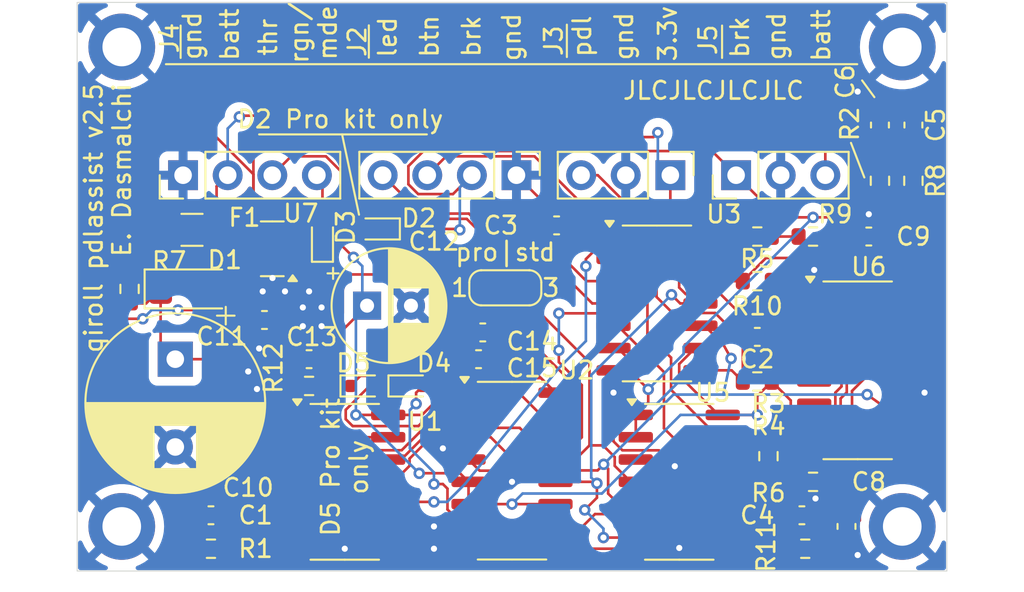
<source format=kicad_pcb>
(kicad_pcb (version 20240108) (generator "pcbnew") (generator_version "8.0")
  (layers (0 "F.Cu" signal) (31 "B.Cu" signal) (35 "F.Paste" user) (37 "F.SilkS" user "F.Silkscreen") (38 "B.Mask" user) (39 "F.Mask" user) (44 "Edge.Cuts" user))
  (net 0 "")
  (net 1 "GND")
  (net 2 "Net-(C1-Pad1)")
  (net 3 "Net-(U1-Pad10)")
  (net 4 "Net-(J2-Pin_3)")
  (net 5 "Net-(U6A-RxCx)")
  (net 6 "Net-(U6B-RxCx)")
  (net 7 "Net-(D1-K)")
  (net 8 "Net-(D2-A)")
  (net 9 "Net-(C3-Pad2)")
  (net 10 "Net-(D2-K)")
  (net 11 "Net-(D3-K)")
  (net 12 "Net-(C9-Pad1)")
  (net 13 "Net-(D4-K)")
  (net 14 "Net-(R1-Pad1)")
  (net 15 "Net-(R4-Pad2)")
  (net 16 "Net-(D4-A)")
  (net 17 "Net-(D5-A)")
  (net 18 "Net-(U1-Pad11)")
  (net 19 "Net-(J4-Pin_2)")
  (net 20 "Net-(J2-Pin_4)")
  (net 21 "Net-(U1-Pad13)")
  (net 22 "VDD")
  (net 23 "Net-(U3-Pad5)")
  (net 24 "Net-(J3-Pin_3)")
  (net 25 "Net-(R11-Pad1)")
  (net 26 "Net-(J4-Pin_3)")
  (net 27 "Net-(F1-Pad1)")
  (net 28 "Net-(JP1-B)")
  (net 29 "Net-(JP1-A)")
  (net 30 "Net-(U6A-~{Q})")
  (net 31 "Net-(U6B-Q)")
  (net 32 "Net-(U2A-Q)")
  (net 33 "Net-(U2A-~{Q})")
  (net 34 "Net-(U2A-C)")
  (net 35 "Net-(U2B-R)")
  (net 37 "unconnected-(U6A-Q-Pad6)")
  (footprint "Capacitor_THT:CP_Radial_D6.3mm_P2.50mm" (layer "F.Cu") (at 128.27 111.252)
    (property "Reference" "C12")
    (property "Value" "470u")
  )
  (footprint "MountingHole:MountingHole_2.2mm_M2_DIN965_Pad" (layer "F.Cu") (at 114.3 123.825)
    (property "Reference" "H2" (hide yes))
    (property "Value" "MountingHole_Pad")
  )
  (footprint "MountingHole:MountingHole_2.2mm_M2_DIN965_Pad" (layer "F.Cu") (at 158.75 96.52)
    (property "Reference" "H3" (hide yes))
    (property "Value" "MountingHole_Pad")
  )
  (footprint "MountingHole:MountingHole_2.2mm_M2_DIN965_Pad" (layer "F.Cu") (at 114.3 96.52)
    (property "Reference" "H4" (hide yes))
    (property "Value" "MountingHole_Pad")
  )
  (footprint "Capacitor_SMD:C_0603_1608Metric" (layer "F.Cu") (at 124.968 114.3 180)
    (property "Reference" "C13")
    (property "Value" ".1u")
  )
  (footprint "Capacitor_SMD:C_0603_1608Metric" (layer "F.Cu") (at 150.495 113.03 180)
    (property "Reference" "C2")
    (property "Value" ".22u")
  )
  (footprint "Capacitor_SMD:C_0603_1608Metric" (layer "F.Cu") (at 139.065 106.68)
    (property "Reference" "C3")
    (property "Value" ".1u")
  )
  (footprint "Resistor_SMD:R_0603_1608Metric" (layer "F.Cu") (at 150.495 107.315 180)
    (property "Reference" "R5")
    (property "Value" "75k")
  )
  (footprint "Resistor_SMD:R_0603_1608Metric" (layer "F.Cu") (at 159.385 104.14 90)
    (property "Reference" "R8")
    (property "Value" "390k")
  )
  (footprint "Resistor_SMD:R_0603_1608Metric" (layer "F.Cu") (at 150.495 109.855 180)
    (property "Reference" "R10")
    (property "Value" "75k")
  )
  (footprint "Package_SO:SOIC-14_3.9x8.7mm_P1.27mm" (layer "F.Cu") (at 127 121.285)
    (property "Reference" "U1")
    (property "Value" "4093B")
  )
  (footprint "Package_SO:SOIC-16_3.9x9.9mm_P1.27mm" (layer "F.Cu") (at 156.21 114.935)
    (property "Reference" "U6")
    (property "Value" "14538B")
  )
  (footprint "Resistor_SMD:R_0603_1608Metric" (layer "F.Cu") (at 114.7445 110.2995 90)
    (property "Reference" "R7")
    (property "Value" "3.3k")
  )
  (footprint "Package_SO:SOIC-14_3.9x8.7mm_P1.27mm" (layer "F.Cu") (at 144.78 111.125)
    (property "Reference" "U3")
    (property "Value" "4093B")
  )
  (footprint "Resistor_SMD:R_0603_1608Metric" (layer "F.Cu") (at 153.67 121.285)
    (property "Reference" "R6")
    (property "Value" "390k")
  )
  (footprint "Capacitor_SMD:C_0603_1608Metric" (layer "F.Cu") (at 156.845 107.315)
    (property "Reference" "C9")
    (property "Value" "4.7u")
  )
  (footprint "Resistor_SMD:R_0603_1608Metric" (layer "F.Cu") (at 153.67 107.315)
    (property "Reference" "R9")
    (property "Value" "200k")
  )
  (footprint "Capacitor_SMD:C_0603_1608Metric" (layer "F.Cu") (at 157.48 100.965 90)
    (property "Reference" "C5")
    (property "Value" ".1u")
  )
  (footprint "Capacitor_SMD:C_0603_1608Metric" (layer "F.Cu") (at 159.385 100.965 90)
    (property "Reference" "C6")
    (property "Value" ".22u")
  )
  (footprint "Resistor_SMD:R_0603_1608Metric" (layer "F.Cu") (at 157.48 104.14 -90)
    (property "Reference" "R2")
    (property "Value" "75k")
  )
  (footprint "Resistor_SMD:R_0603_1608Metric" (layer "F.Cu") (at 150.495 115.57 180)
    (property "Reference" "R3")
    (property "Value" "200k")
  )
  (footprint "Capacitor_SMD:C_0603_1608Metric" (layer "F.Cu") (at 119.38 123.19 180)
    (property "Reference" "C1")
    (property "Value" "1u")
  )
  (footprint "Resistor_SMD:R_0603_1608Metric" (layer "F.Cu") (at 119.38 125.095)
    (property "Reference" "R1")
    (property "Value" "200k")
  )
  (footprint "Package_SO:SOIC-14_3.9x8.7mm_P1.27mm" (layer "F.Cu") (at 146.05 121.285)
    (property "Reference" "U5")
    (property "Value" "4093B")
  )
  (footprint "Package_SO:SOIC-16_3.9x9.9mm_P1.27mm" (layer "F.Cu") (at 136.525 120.65)
    (property "Reference" "U2")
    (property "Value" "4027B")
  )
  (footprint "Capacitor_SMD:C_0603_1608Metric" (layer "F.Cu") (at 153.035 123.19 180)
    (property "Reference" "C4")
    (property "Value" ".1u")
  )
  (footprint "MountingHole:MountingHole_2.2mm_M2_DIN965_Pad" (layer "F.Cu") (at 158.75 123.825)
    (property "Reference" "H1" (hide yes))
    (property "Value" "MountingHole_Pad")
  )
  (footprint "Capacitor_SMD:C_0603_1608Metric" (layer "F.Cu") (at 155.575 123.825 -90)
    (property "Reference" "C8")
    (property "Value" "1u")
  )
  (footprint "Resistor_SMD:R_0603_1608Metric" (layer "F.Cu") (at 151.13 119.825 -90)
    (property "Reference" "R4")
    (property "Value" "390k")
  )
  (footprint "Resistor_SMD:R_0603_1608Metric" (layer "F.Cu") (at 153.225 125.095)
    (property "Reference" "R11")
    (property "Value" "390k")
  )
  (footprint "Jumper:SolderJumper-3_P1.3mm_Bridged12_RoundedPad1.0x1.5mm_NumberLabels" (layer "F.Cu") (at 136.144 110.236)
    (property "Reference" "JP1" (hide yes))
    (property "Value" "SolderJumper_3_Bridged12" (hide yes))
  )
  (footprint "Capacitor_SMD:C_0603_1608Metric" (layer "F.Cu") (at 134.62 114.3 180)
    (property "Reference" "C15")
    (property "Value" "1u")
  )
  (footprint "Diode_SMD:D_SOD-523" (layer "F.Cu") (at 125.73 107.4928 90)
    (property "Reference" "D3")
    (property "Value" "D")
  )
  (footprint "Diode_SMD:D_SOD-523" (layer "F.Cu") (at 130.748 115.824)
    (property "Reference" "D4")
    (property "Value" "D")
  )
  (footprint "Resistor_SMD:R_0603_1608Metric" (layer "F.Cu") (at 124.968 115.824 180)
    (property "Reference" "R12")
    (property "Value" "75k")
  )
  (footprint "Diode_SMD:D_MiniMELF" (layer "F.Cu") (at 118.2624 110.2995)
    (property "Reference" "D1")
    (property "Value" "LL4150GS18")
  )
  (footprint "Diode_SMD:D_SOD-523" (layer "F.Cu") (at 128.8796 106.8832 180)
    (property "Reference" "D2")
    (property "Value" "D")
  )
  (footprint "Capacitor_SMD:C_0603_1608Metric" (layer "F.Cu") (at 134.861 112.776 180)
    (property "Reference" "C14")
    (property "Value" "22u")
  )
  (footprint "Diode_SMD:D_SOD-523" (layer "F.Cu") (at 128.016 115.824)
    (property "Reference" "D5")
    (property "Value" "D")
  )
  (footprint "Connector_PinHeader_2.54mm:PinHeader_1x04_P2.54mm_Vertical" (layer "F.Cu") (at 136.779 103.8225 -90)
    (property "Reference" "J2" (hide yes))
    (property "Value" "led_sw1")
  )
  (footprint "Connector_PinHeader_2.54mm:PinHeader_1x03_P2.54mm_Vertical" (layer "F.Cu") (at 145.542 103.8225 -90)
    (property "Reference" "J3" (hide yes))
    (property "Value" "accessory")
  )
  (footprint "Connector_PinHeader_2.54mm:PinHeader_1x04_P2.54mm_Vertical" (layer "F.Cu") (at 117.7925 103.8225 90)
    (property "Reference" "J4" (hide yes))
    (property "Value" "mode_thr_batt")
  )
  (footprint "Connector_PinHeader_2.54mm:PinHeader_1x03_P2.54mm_Vertical" (layer "F.Cu") (at 149.2885 103.8225 90)
    (property "Reference" "J5" (hide yes))
    (property "Value" "3_pin")
  )
  (footprint "Package_TO_SOT_SMD:SOT-23" (layer "F.Cu") (at 122.8725 108.0135 180)
    (property "Reference" "U7")
    (property "Value" "MCP1799_3V3")
  )
  (footprint "Capacitor_THT:CP_Radial_D10.0mm_P5.00mm" (layer "F.Cu") (at 117.348 114.3 -90)
    (property "Reference" "C10")
    (property "Value" "150u")
  )
  (footprint "Fuse:Fuse_1206_3216Metric" (layer "F.Cu") (at 118.3005 106.934)
    (property "Reference" "F1")
    (property "Value" "0ZCJ0012FF2E")
  )
  (footprint "Capacitor_SMD:C_0603_1608Metric" (layer "F.Cu") (at 122.428 112.068)
    (property "Reference" "C11")
    (property "Value" ".22u")
  )
  (gr_line (start 128.3716 95.2881) (end 128.3716 97.1296) (stroke (width 0.12)) (layer "F.SilkS"))
  (gr_line (start 139.6492 95.25) (end 139.6492 97.0915) (stroke (width 0.12)) (layer "F.SilkS"))
  (gr_line (start 148.4884 95.3008) (end 148.4884 97.1423) (stroke (width 0.12)) (layer "F.SilkS"))
  (gr_line (start 156.185 97.5) (end 116.815 97.5) (stroke (width 0.12)) (layer "F.SilkS"))
  (gr_line (start 117.6528 95.3008) (end 117.6528 97.1423) (stroke (width 0.12)) (layer "F.SilkS"))
  (gr_line (start 155.829 101.981) (end 156.591 103.9495) (stroke (width 0.12)) (layer "F.SilkS"))
  (gr_line (start 122.1232 101.4984) (end 131.6736 101.4984) (stroke (width 0.12)) (layer "F.SilkS"))
  (gr_line (start 126.8476 101.4984) (end 127.8128 106.0704) (stroke (width 0.12)) (layer "F.SilkS"))
  (gr_line (start 156.464 98.425) (end 157.1625 99.3775) (stroke (width 0.12)) (layer "F.SilkS"))
  (gr_line (start 111.76 126.365) (end 111.76 93.98) (stroke (width 0.05)) (layer "Edge.Cuts"))
  (gr_line (start 161.29 93.98) (end 161.29 126.365) (stroke (width 0.05)) (layer "Edge.Cuts"))
  (gr_line (start 111.76 93.98) (end 161.29 93.98) (stroke (width 0.05)) (layer "Edge.Cuts"))
  (gr_line (start 161.29 126.365) (end 111.76 126.365) (stroke (width 0.05)) (layer "Edge.Cuts"))
  (gr_text "brk" (at 134.2136 95.9104 90) (layer "F.SilkS") (effects (font (size 1 1))))
  (gr_text "gnd" (at 118.3132 95.885 90) (layer "F.SilkS") (effects (font (size 1 1))))
  (gr_text "3.3v" (at 145.3896 95.758 90) (layer "F.SilkS") (effects (font (size 1 1))))
  (gr_text "gnd" (at 142.9004 95.9104 90) (layer "F.SilkS") (effects (font (size 1 1))))
  (gr_text "btn" (at 131.826 95.9104 90) (layer "F.SilkS") (effects (font (size 1 1))))
  (gr_text "led" (at 129.4384 95.9612 90) (layer "F.SilkS") (effects (font (size 1 1))))
  (gr_text "gnd" (at 136.4996 95.9612 90) (layer "F.SilkS") (effects (font (size 1 1))))
  (gr_text "J4" (at 117.0305 96.012 90) (layer "F.SilkS") (effects (font (size 1 1))))
  (gr_text "J2\n" (at 127.7112 96.2152 90) (layer "F.SilkS") (effects (font (size 1 1))))
  (gr_text "J5\n\n" (at 148.4884 96.1136 90) (layer "F.SilkS") (effects (font (size 1 1))))
  (gr_text "J3\n\n" (at 139.7 96.1644 90) (layer "F.SilkS") (effects (font (size 1 1))))
  (gr_text "batt" (at 120.4468 95.8088 90) (layer "F.SilkS") (effects (font (size 1 1))))
  (gr_text "gnd" (at 151.5872 95.9104 90) (layer "F.SilkS") (effects (font (size 1 1))))
  (gr_text "batt" (at 154.1272 95.8596 90) (layer "F.SilkS") (effects (font (size 1 1))))
  (gr_text "brk" (at 149.5044 95.9612 90) (layer "F.SilkS") (effects (font (size 1 1))))
  (gr_text "D5 Pro kit\nonly" (at 127 120.4468 90) (layer "F.SilkS") (effects (font (size 1 1))))
  (gr_text "\n" (at 125.095 95.885 90) (layer "F.SilkS") (effects (font (size 1 1))))
  (gr_text "pdl" (at 140.5128 95.9104 90) (layer "F.SilkS") (effects (font (size 1 1))))
  (gr_text "JLCJLCJLCJLC" (at 148 99 0) (layer "F.SilkS") (effects (font (size 1 1))))
  (gr_text "rgn/\nmde" (at 125.222 95.7072 90) (layer "F.SilkS") (effects (font (size 1 1))))
  (gr_text "thr" (at 122.6312 95.9612 90) (layer "F.SilkS") (effects (font (size 1 1))))
  (gr_text "pro|std" (at 136.144 108.204 0) (layer "F.SilkS") (effects (font (size 1 1))))
  (gr_text "qiroll pdlassist v2.5\nE. Dasmalchi" (at 113.5 98.5 90) (layer "F.SilkS") (effects (font (size 1 1)) (justify right)))
  (gr_text "D2 Pro kit only" (at 126.746 100.6348 0) (layer "F.SilkS") (effects (font (size 1 1))))
  (segment (start 158.685 116.14) (end 158.75 116.205) (width 0.15) (layer "F.Cu") (net 1))
  (segment (start 145.796 120.396) (end 145.796 120.396) (width 0.15) (layer "F.Cu") (net 1))
  (segment (start 138.29 106.68) (end 138.29 105.3335) (width 0.15) (layer "F.Cu") (net 1))
  (segment (start 135.89 120.65) (end 136.525 121.285) (width 0.15) (layer "F.Cu") (net 1))
  (segment (start 153.735 110.49) (end 153.735 109.7098) (width 0.15) (layer "F.Cu") (net 1))
  (segment (start 132.294 112.776) (end 130.77 111.252) (width 0.15) (layer "F.Cu") (net 1))
  (segment (start 134.05 120.015) (end 133.415 119.38) (width 0.15) (layer "F.Cu") (net 1))
  (segment (start 145.0273 125.0518) (end 143.6182 125.0518) (width 0.15) (layer "F.Cu") (net 1))
  (segment (start 157.48 106.045) (end 156.845 106.045) (width 0.15) (layer "F.Cu") (net 1))
  (segment (start 153.735 109.7098) (end 153.735 109.22) (width 0.15) (layer "F.Cu") (net 1))
  (segment (start 159.9456 112.367) (end 159.3386 111.76) (width 0.15) (layer "F.Cu") (net 1))
  (segment (start 124.193 114.059) (end 124.193 114.3) (width 0.15) (layer "F.Cu") (net 1))
  (segment (start 132.294 112.776) (end 134.086 112.776) (width 0.15) (layer "F.Cu") (net 1))
  (segment (start 124.143 114.35) (end 124.193 114.3) (width 0.15) (layer "F.Cu") (net 1))
  (segment (start 158.75 116.205) (end 160.02 116.205) (width 0.15) (layer "F.Cu") (net 1))
  (segment (start 134.086 112.776) (end 134.086 114.059) (width 0.15) (layer "F.Cu") (net 1))
  (segment (start 157.62 107.315) (end 157.62 106.185) (width 0.15) (layer "F.Cu") (net 1))
  (segment (start 118.605 120.557) (end 117.348 119.3) (width 0.15) (layer "F.Cu") (net 1))
  (segment (start 138.29 106.3453) (end 138.29 106.68) (width 0.15) (layer "F.Cu") (net 1))
  (segment (start 158.685 115.57) (end 158.685 116.14) (width 0.15) (layer "F.Cu") (net 1))
  (segment (start 138.29 105.3335) (end 136.779 103.8225) (width 0.15) (layer "F.Cu") (net 1))
  (segment (start 160.21721 116.00779) (end 160.02 116.205) (width 0.15) (layer "F.Cu") (net 1))
  (segment (start 133.9709 123.9041) (end 132.1591 123.9041) (width 0.15) (layer "F.Cu") (net 1))
  (segment (start 159.9456 113.559622) (end 160.21721 113.831232) (width 0.15) (layer "F.Cu") (net 1))
  (segment (start 145.0273 125.0518) (end 146.05 125.0518) (width 0.15) (layer "F.Cu") (net 1))
  (segment (start 158.685 115.57) (end 158.6926 115.5776) (width 0.15) (layer "F.Cu") (net 1))
  (segment (start 157.62 106.185) (end 157.48 106.045) (width 0.15) (layer "F.Cu") (net 1))
  (segment (start 142.305 116.205) (end 142.305 118.980346) (width 0.15) (layer "F.Cu") (net 1))
  (segment (start 124.143 115.824) (end 124.143 114.35) (width 0.15) (layer "F.Cu") (net 1))
  (segment (start 153.81 122.2346) (end 153.735 122.1596) (width 0.15) (layer "F.Cu") (net 1))
  (segment (start 132.1591 123.9041) (end 132.08 123.825) (width 0.15) (layer "F.Cu") (net 1))
  (segment (start 139 125.095) (end 143.575 125.095) (width 0.15) (layer "F.Cu") (net 1))
  (segment (start 142.305 114.935) (end 142.305 116.205) (width 0.15) (layer "F.Cu") (net 1))
  (segment (start 134.685 120.65) (end 134.05 120.015) (width 0.15) (layer "F.Cu") (net 1))
  (segment (start 134.0867 120.0517) (end 134.05 120.015) (width 0.15) (layer "F.Cu") (net 1))
  (segment (start 135.89 120.65) (end 134.685 120.65) (width 0.15) (layer "F.Cu") (net 1))
  (segment (start 159.9456 112.367) (end 159.9456 113.559622) (width 0.15) (layer "F.Cu") (net 1))
  (segment (start 157.34 100.19) (end 157.48 100.19) (width 0.15) (layer "F.Cu") (net 1))
  (segment (start 159.385 100.19) (end 157.48 100.19) (width 0.15) (layer "F.Cu") (net 1))
  (segment (start 156.21 99.06) (end 157.34 100.19) (width 0.15) (layer "F.Cu") (net 1))
  (segment (start 133.415 119.38) (end 132.588 119.38) (width 0.15) (layer "F.Cu") (net 1))
  (segment (start 134.05 123.825) (end 133.9709 123.9041) (width 0.15) (layer "F.Cu") (net 1))
  (segment (start 153.81 123.19) (end 153.81 122.2346) (width 0.15) (layer "F.Cu") (net 1))
  (segment (start 143.6182 125.0518) (end 143.575 125.095) (width 0.15) (layer "F.Cu") (net 1))
  (segment (start 142.305 118.980346) (end 142.814644 119.48999) (width 0.15) (layer "F.Cu") (net 1))
  (segment (start 153.735 122.1596) (end 153.735 119.38) (width 0.15) (layer "F.Cu") (net 1))
  (segment (start 142.814644 119.48999) (end 144.88999 119.48999) (width 0.15) (layer "F.Cu") (net 1))
  (segment (start 132.08 125.095) (end 134.05 125.095) (width 0.15) (layer "F.Cu") (net 1))
  (segment (start 144.88999 119.48999) (end 145.796 120.396) (width 0.15) (layer "F.Cu") (net 1))
  (segment (start 156.2105 125.4543) (end 155.575 124.8188) (width 0.15) (layer "F.Cu") (net 1))
  (segment (start 134.086 114.059) (end 133.845 114.3) (width 0.15) (layer "F.Cu") (net 1))
  (segment (start 160.21721 113.831232) (end 160.21721 116.00779) (width 0.15) (layer "F.Cu") (net 1))
  (segment (start 159.3386 111.76) (end 158.685 111.76) (width 0.15) (layer "F.Cu") (net 1))
  (segment (start 124.525 125.095) (end 127 125.095) (width 0.15) (layer "F.Cu") (net 1))
  (segment (start 118.605 123.19) (end 118.605 120.557) (width 0.15) (layer "F.Cu") (net 1))
  (segment (start 155.575 124.8188) (end 155.575 124.6) (width 0.15) (layer "F.Cu") (net 1))
  (via (at 160.02 116.205) (size 0.65) (drill 0.35) (layers "F.Cu" "B.Cu") (net 1))
  (via (at 125.6792 111.3536) (size 0.65) (drill 0.35) (layers "F.Cu" "B.Cu") (net 1))
  (via (at 124.6124 112.4204) (size 0.65) (drill 0.35) (layers "F.Cu" "B.Cu") (net 1))
  (via (at 122.3264 110.4392) (size 0.65) (drill 0.35) (layers "F.Cu" "B.Cu") (net 1))
  (via (at 122.8852 109.6772) (size 0.65) (drill 0.35) (layers "F.Cu" "B.Cu") (net 1))
  (via (at 124.6124 111.3536) (size 0.65) (drill 0.35) (layers "F.Cu" "B.Cu") (net 1))
  (via (at 125.6792 112.4204) (size 0.65) (drill 0.35) (layers "F.Cu" "B.Cu") (net 1))
  (via (at 146.05 125.0518) (size 0.65) (drill 0.35) (layers "F.Cu" "B.Cu") (net 1))
  (via (at 153.81 122.2346) (size 0.65) (drill 0.35) (layers "F.Cu" "B.Cu") (net 1))
  (via (at 124.968 110.4392) (size 0.65) (drill 0.35) (layers "F.Cu" "B.Cu") (net 1))
  (via (at 145.796 120.396) (size 0.65) (drill 0.35) (layers "F.Cu" "B.Cu") (net 1))
  (via (at 132.588 119.38) (size 0.65) (drill 0.35) (layers "F.Cu" "B.Cu") (net 1))
  (via (at 156.21 99.06) (size 0.65) (drill 0.35) (layers "F.Cu" "B.Cu") (net 1))
  (via (at 122 116) (size 0.65) (drill 0.35) (layers "F.Cu" "B.Cu") (net 1))
  (via (at 122.1232 113.6904) (size 0.65) (drill 0.35) (layers "F.Cu" "B.Cu") (net 1))
  (via (at 153.735 109.22) (size 0.65) (drill 0.35) (layers "F.Cu" "B.Cu") (net 1))
  (via (at 132.08 125.095) (size 0.65) (drill 0.35) (layers "F.Cu" "B.Cu") (net 1))
  (via (at 123.5964 110.4392) (size 0.65) (drill 0.35) (layers "F.Cu" "B.Cu") (net 1))
  (via (at 127 125.095) (size 0.65) (drill 0.35) (layers "F.Cu" "B.Cu") (net 1))
  (via (at 132.08 123.825) (size 0.65) (drill 0.35) (layers "F.Cu" "B.Cu") (net 1))
  (via (at 142.305 116.205) (size 0.65) (drill 0.35) (layers "F.Cu" "B.Cu") (net 1))
  (via (at 156.845 106.045) (size 0.65) (drill 0.35) (layers "F.Cu" "B.Cu") (net 1))
  (via (at 136.525 121.285) (size 0.65) (drill 0.35) (layers "F.Cu" "B.Cu") (net 1))
  (via (at 156.2105 125.4543) (size 0.65) (drill 0.35) (layers "F.Cu" "B.Cu") (net 1))
  (via (at 121.5 115) (size 0.65) (drill 0.35) (layers "F.Cu" "B.Cu") (net 1))
  (segment (start 146 115.5) (end 146 115.609236) (width 0.15) (layer "B.Cu") (net 1))
  (segment (start 144.769236 116.84) (end 146 115.609236) (width 0.15) (layer "B.Cu") (net 1))
  (segment (start 143.51 116.84) (end 144.769236 116.84) (width 0.15) (layer "B.Cu") (net 1))
  (segment (start 124.525 117.475) (end 124.2739 117.475) (width 0.15) (layer "F.Cu") (net 2))
  (segment (start 122.936 120.0829) (end 120.155 122.8639) (width 0.15) (layer "F.Cu") (net 2))
  (segment (start 120.155 122.8639) (end 120.155 123.19) (width 0.15) (layer "F.Cu") (net 2))
  (segment (start 122.936 118.364) (end 122.936 120.0829) (width 0.15) (layer "F.Cu") (net 2))
  (segment (start 120.155 123.19) (end 120.155 125.045) (width 0.15) (layer "F.Cu") (net 2))
  (segment (start 123.825 117.475) (end 124.525 117.475) (width 0.15) (layer "F.Cu") (net 2))
  (segment (start 120.155 125.045) (end 120.205 125.095) (width 0.15) (layer "F.Cu") (net 2))
  (segment (start 122.936 118.364) (end 123.825 117.475) (width 0.15) (layer "F.Cu") (net 2))
  (segment (start 142.0176 107.315) (end 140.7323 108.6003) (width 0.15) (layer "F.Cu") (net 3))
  (segment (start 140.7323 108.6003) (end 140.7323 109.0043) (width 0.15) (layer "F.Cu") (net 3))
  (segment (start 142.305 107.315) (end 142.0176 107.315) (width 0.15) (layer "F.Cu") (net 3))
  (segment (start 130.2887 122.555) (end 129.475 122.555) (width 0.15) (layer "F.Cu") (net 3))
  (segment (start 132.08 122.428) (end 129.602 122.428) (width 0.15) (layer "F.Cu") (net 3))
  (segment (start 129.602 122.428) (end 129.475 122.555) (width 0.15) (layer "F.Cu") (net 3))
  (via (at 140.7323 109.0043) (size 0.65) (drill 0.35) (layers "F.Cu" "B.Cu") (net 3))
  (via (at 132.08 122.428) (size 0.65) (drill 0.35) (layers "F.Cu" "B.Cu") (net 3))
  (segment (start 139.192 114.808) (end 140.7323 113.2677) (width 0.15) (layer "B.Cu") (net 3))
  (segment (start 139.192 114.808) (end 133.8574 121.3987) (width 0.15) (layer "B.Cu") (net 3))
  (segment (start 132.08 122.428) (end 132.8281 122.428) (width 0.15) (layer "B.Cu") (net 3))
  (segment (start 132.8281 122.428) (end 133.8574 121.3987) (width 0.15) (layer "B.Cu") (net 3))
  (segment (start 140.7323 113.2677) (end 140.7323 109.0043) (width 0.15) (layer "B.Cu") (net 3))
  (segment (start 149.035 114.935) (end 149.67 115.57) (width 0.15) (layer "F.Cu") (net 4))
  (segment (start 149.4516 113.03) (end 149.72 113.03) (width 0.15) (layer "F.Cu") (net 4))
  (segment (start 144.7575 107.7884) (end 142.9478 105.9787) (width 0.15) (layer "F.Cu") (net 4))
  (segment (start 144.7575 110.7575) (end 144.7575 107.7884) (width 0.15) (layer "F.Cu") (net 4))
  (segment (start 147.255 114.935) (end 149.035 114.935) (width 0.15) (layer "F.Cu") (net 4))
  (segment (start 149.72 113.22) (end 149.67 113.27) (width 0.15) (layer "F.Cu") (net 4))
  (segment (start 142.9478 105.9787) (end 141.040202 105.9787) (width 0.15) (layer "F.Cu") (net 4))
  (segment (start 145.6683 111.6683) (end 144.7575 110.7575) (width 0.15) (layer "F.Cu") (net 4))
  (segment (start 132.774001 102.747499) (end 131.699 103.8225) (width 0.15) (layer "F.Cu") (net 4))
  (segment (start 141.040202 105.9787) (end 137.809001 102.747499) (width 0.15) (layer "F.Cu") (net 4))
  (segment (start 149.67 113.27) (end 149.67 115.57) (width 0.15) (layer "F.Cu") (net 4))
  (segment (start 148.0899 111.6683) (end 145.6683 111.6683) (width 0.15) (layer "F.Cu") (net 4))
  (segment (start 149.72 113.03) (end 149.72 113.22) (width 0.15) (layer "F.Cu") (net 4))
  (segment (start 137.809001 102.747499) (end 132.774001 102.747499) (width 0.15) (layer "F.Cu") (net 4))
  (segment (start 149.4516 113.03) (end 148.0899 111.6683) (width 0.15) (layer "F.Cu") (net 4))
  (segment (start 159.385 103.315) (end 159.385 101.74) (width 0.15) (layer "F.Cu") (net 5))
  (segment (start 158.4325 104.2675) (end 159.385 103.315) (width 0.15) (layer "F.Cu") (net 5))
  (segment (start 154.2983 111.76) (end 158.4325 107.6258) (width 0.15) (layer "F.Cu") (net 5))
  (segment (start 158.4325 107.6258) (end 158.4325 104.2675) (width 0.15) (layer "F.Cu") (net 5))
  (segment (start 153.735 111.76) (end 154.2983 111.76) (width 0.15) (layer "F.Cu") (net 5))
  (segment (start 157.48 101.74) (end 159.385 101.74) (width 0.15) (layer "F.Cu") (net 5))
  (segment (start 155.89 119.89) (end 155.89 116.11) (width 0.15) (layer "F.Cu") (net 6))
  (segment (start 154.495 121.285) (end 155.89 119.89) (width 0.15) (layer "F.Cu") (net 6))
  (segment (start 157.0139 114.9861) (end 159.5233 114.9861) (width 0.15) (layer "F.Cu") (net 6))
  (segment (start 158.9917 113.03) (end 158.685 113.03) (width 0.15) (layer "F.Cu") (net 6))
  (segment (start 159.9172 114.5922) (end 159.9172 113.9555) (width 0.15) (layer "F.Cu") (net 6))
  (segment (start 154.495 121.285) (end 155.575 122.365) (width 0.15) (layer "F.Cu") (net 6))
  (segment (start 159.5233 114.9861) (end 159.9172 114.5922) (width 0.15) (layer "F.Cu") (net 6))
  (segment (start 159.9172 113.9555) (end 158.9917 113.03) (width 0.15) (layer "F.Cu") (net 6))
  (segment (start 155.89 116.11) (end 157.0139 114.9861) (width 0.15) (layer "F.Cu") (net 6))
  (segment (start 155.575 122.365) (end 155.575 123.05) (width 0.15) (layer "F.Cu") (net 6))
  (segment (start 114.7445 111.1245) (end 115.6874 111.1245) (width 0.15) (layer "F.Cu") (net 7))
  (segment (start 116.5124 113.4644) (end 117.348 114.3) (width 0.15) (layer "F.Cu") (net 7))
  (segment (start 115.6874 111.1245) (end 116.5124 110.2995) (width 0.15) (layer "F.Cu") (net 7))
  (segment (start 121.935 108.0135) (end 121.9145 108.034) (width 0.15) (layer "F.Cu") (net 7))
  (segment (start 119.5 108.034) (end 117.2345 110.2995) (width 0.15) (layer "F.Cu") (net 7))
  (segment (start 117.348 114.3) (end 119.421 114.3) (width 0.15) (layer "F.Cu") (net 7))
  (segment (start 121.9145 108.034) (end 119.5 108.034) (width 0.15) (layer "F.Cu") (net 7))
  (segment (start 119.421 114.3) (end 121.653 112.068) (width 0.15) (layer "F.Cu") (net 7))
  (segment (start 116.5124 110.2995) (end 116.5124 113.4644) (width 0.15) (layer "F.Cu") (net 7))
  (segment (start 117.2345 110.2995) (end 116.5124 110.2995) (width 0.15) (layer "F.Cu") (net 7))
  (segment (start 125.8204 106.8832) (end 125.73 106.7928) (width 0.15) (layer "F.Cu") (net 8))
  (segment (start 125.73 106.7928) (end 125.73 104.14) (width 0.15) (layer "F.Cu") (net 8))
  (segment (start 128.1796 106.8832) (end 125.8204 106.8832) (width 0.15) (layer "F.Cu") (net 8))
  (segment (start 125.73 104.14) (end 125.4125 103.8225) (width 0.15) (layer "F.Cu") (net 8))
  (segment (start 148.2808 118.745) (end 145.5845 116.0487) (width 0.15) (layer "F.Cu") (net 9))
  (segment (start 151.13 119) (end 148.78 119) (width 0.15) (layer "F.Cu") (net 9))
  (segment (start 148.78 119) (end 148.525 118.745) (width 0.15) (layer "F.Cu") (net 9))
  (segment (start 148.525 120.015) (end 148.8006 120.015) (width 0.15) (layer "F.Cu") (net 9))
  (segment (start 148.525 120.015) (end 148.525 118.745) (width 0.15) (layer "F.Cu") (net 9))
  (segment (start 144.238 112.8667) (end 144.238 107.6938) (width 0.15) (layer "F.Cu") (net 9))
  (segment (start 145.5845 114.2132) (end 144.238 112.8667) (width 0.15) (layer "F.Cu") (net 9))
  (segment (start 148.525 118.745) (end 148.2808 118.745) (width 0.15) (layer "F.Cu") (net 9))
  (segment (start 144.238 107.6938) (end 143.2242 106.68) (width 0.15) (layer "F.Cu") (net 9))
  (segment (start 145.5845 116.0487) (end 145.5845 114.2132) (width 0.15) (layer "F.Cu") (net 9))
  (segment (start 143.2242 106.68) (end 139.84 106.68) (width 0.15) (layer "F.Cu") (net 9))
  (segment (start 143.5245 114.6485) (end 143.5245 115.257) (width 0.15) (layer "F.Cu") (net 10))
  (segment (start 143.575 118.745) (end 143.8239 118.745) (width 0.15) (layer "F.Cu") (net 10))
  (segment (start 149.2885 103.8225) (end 147.913489 102.447489) (width 0.15) (layer "F.Cu") (net 10))
  (segment (start 151.6888 106.2228) (end 149.2885 103.8225) (width 0.15) (layer "F.Cu") (net 10))
  (segment (start 144.2834 116.7666) (end 144.2834 116.0159) (width 0.15) (layer "F.Cu") (net 10))
  (segment (start 130.623999 104.338501) (end 131.182999 104.897501) (width 0.15) (layer "F.Cu") (net 10))
  (segment (start 143.5245 114.6485) (end 142.541 113.665) (width 0.15) (layer "F.Cu") (net 10))
  (segment (start 133.163999 104.897501) (end 134.239 103.8225) (width 0.15) (layer "F.Cu") (net 10))
  (segment (start 129.5796 106.8832) (end 133.5024 106.8832) (width 0.15) (layer "F.Cu") (net 10))
  (segment (start 153.67 106.2228) (end 155.194 106.2228) (width 0.15) (layer "F.Cu") (net 10))
  (segment (start 147.913489 102.447489) (end 131.483009 102.447489) (width 0.15) (layer "F.Cu") (net 10))
  (segment (start 143.575 117.475) (end 144.2834 116.7666) (width 0.15) (layer "F.Cu") (net 10))
  (segment (start 143.5245 115.257) (end 144.2834 116.0159) (width 0.15) (layer "F.Cu") (net 10))
  (segment (start 131.483009 102.447489) (end 130.623999 103.306499) (width 0.15) (layer "F.Cu") (net 10))
  (segment (start 142.541 113.665) (end 142.305 113.665) (width 0.15) (layer "F.Cu") (net 10))
  (segment (start 133.5024 106.8832) (end 133.5532 106.934) (width 0.15) (layer "F.Cu") (net 10))
  (segment (start 143.575 118.745) (end 143.575 117.475) (width 0.15) (layer "F.Cu") (net 10))
  (segment (start 153.67 106.2228) (end 151.6888 106.2228) (width 0.15) (layer "F.Cu") (net 10))
  (segment (start 156.4518 104.965) (end 157.48 104.965) (width 0.15) (layer "F.Cu") (net 10))
  (segment (start 131.182999 104.897501) (end 133.163999 104.897501) (width 0.15) (layer "F.Cu") (net 10))
  (segment (start 130.623999 103.306499) (end 130.623999 104.338501) (width 0.15) (layer "F.Cu") (net 10))
  (segment (start 155.194 106.2228) (end 156.4518 104.965) (width 0.15) (layer "F.Cu") (net 10))
  (via (at 133.5532 106.934) (size 0.65) (drill 0.35) (layers "F.Cu" "B.Cu") (net 10))
  (via (at 144.2834 116.0159) (size 0.65) (drill 0.35) (layers "F.Cu" "B.Cu") (net 10))
  (via (at 153.67 106.2228) (size 0.65) (drill 0.35) (layers "F.Cu" "B.Cu") (net 10))
  (segment (start 153.67 106.2228) (end 153.67 106.2228) (width 0.15) (layer "B.Cu") (net 10))
  (segment (start 144.2834 116.0159) (end 146.3 113.9993) (width 0.15) (layer "B.Cu") (net 10))
  (segment (start 133.5532 104.5083) (end 134.239 103.8225) (width 0.15) (layer "B.Cu") (net 10))
  (segment (start 146.3 113.5928) (end 153.67 106.2228) (width 0.15) (layer "B.Cu") (net 10))
  (segment (start 133.5532 106.934) (end 133.5532 104.5083) (width 0.15) (layer "B.Cu") (net 10))
  (segment (start 146.3 113.9993) (end 146.3 113.5928) (width 0.15) (layer "B.Cu") (net 10))
  (segment (start 136.144 109.336) (end 135.31201 108.50401) (width 0.15) (layer "F.Cu") (net 11))
  (segment (start 126.4412 109.474) (end 129.37002 109.474) (width 0.15) (layer "F.Cu") (net 11))
  (segment (start 135.31201 108.50401) (end 130.34001 108.50401) (width 0.15) (layer "F.Cu") (net 11))
  (segment (start 136.144 110.236) (end 136.144 109.336) (width 0.15) (layer "F.Cu") (net 11))
  (segment (start 125.73 108.7628) (end 126.4412 109.474) (width 0.15) (layer "F.Cu") (net 11))
  (segment (start 129.37002 109.474) (end 130.34001 108.50401) (width 0.15) (layer "F.Cu") (net 11))
  (segment (start 125.73 108.1928) (end 125.73 108.7628) (width 0.15) (layer "F.Cu") (net 11))
  (segment (start 149.67 109.855) (end 150.9875 108.5375) (width 0.15) (layer "F.Cu") (net 12))
  (segment (start 154.495 107.315) (end 156.07 107.315) (width 0.15) (layer "F.Cu") (net 12))
  (segment (start 150.9875 108.5375) (end 153.2725 108.5375) (width 0.15) (layer "F.Cu") (net 12))
  (segment (start 147.255 109.855) (end 149.67 109.855) (width 0.15) (layer "F.Cu") (net 12))
  (segment (start 153.2725 108.5375) (end 154.495 107.315) (width 0.15) (layer "F.Cu") (net 12))
  (segment (start 129.472999 115.248999) (end 127.891001 115.248999) (width 0.15) (layer "F.Cu") (net 13))
  (segment (start 125.793 118.452) (end 125.5 118.745) (width 0.15) (layer "F.Cu") (net 13))
  (segment (start 125.793 115.824) (end 125.793 118.452) (width 0.15) (layer "F.Cu") (net 13))
  (segment (start 125.793 115.824) (end 127.316 115.824) (width 0.15) (layer "F.Cu") (net 13))
  (segment (start 130.048 115.824) (end 129.472999 115.248999) (width 0.15) (layer "F.Cu") (net 13))
  (segment (start 125.5 118.745) (end 124.525 118.745) (width 0.15) (layer "F.Cu") (net 13))
  (segment (start 127.891001 115.248999) (end 127.316 115.824) (width 0.15) (layer "F.Cu") (net 13))
  (segment (start 123.3101 121.6054) (end 124.2597 122.555) (width 0.15) (layer "F.Cu") (net 14))
  (segment (start 123.3101 120.9919) (end 123.3101 121.6054) (width 0.15) (layer "F.Cu") (net 14))
  (segment (start 124.2597 123.825) (end 124.525 123.825) (width 0.15) (layer "F.Cu") (net 14))
  (segment (start 124.525 120.015) (end 124.287 120.015) (width 0.15) (layer "F.Cu") (net 14))
  (segment (start 119.2849 125.8249) (end 118.555 125.095) (width 0.15) (layer "F.Cu") (net 14))
  (segment (start 124.2597 123.825) (end 124.2597 122.555) (width 0.15) (layer "F.Cu") (net 14))
  (segment (start 125.051 124.351) (end 128.731 124.351) (width 0.15) (layer "F.Cu") (net 14))
  (segment (start 128.731 124.351) (end 129.475 125.095) (width 0.15) (layer "F.Cu") (net 14))
  (segment (start 124.525 123.825) (end 125.051 124.351) (width 0.15) (layer "F.Cu") (net 14))
  (segment (start 122.2598 125.8249) (end 119.2849 125.8249) (width 0.15) (layer "F.Cu") (net 14))
  (segment (start 124.287 120.015) (end 123.3101 120.9919) (width 0.15) (layer "F.Cu") (net 14))
  (segment (start 122.2598 125.8249) (end 124.2597 123.825) (width 0.15) (layer "F.Cu") (net 14))
  (segment (start 124.2597 122.555) (end 124.525 122.555) (width 0.15) (layer "F.Cu") (net 14))
  (segment (start 148.525 122.555) (end 149.225 122.555) (width 0.15) (layer "F.Cu") (net 15))
  (segment (start 149.225 122.555) (end 151.13 120.65) (width 0.15) (layer "F.Cu") (net 15))
  (segment (start 144.51291 123.122436) (end 144.77501 122.860336) (width 0.15) (layer "F.Cu") (net 16))
  (segment (start 131.064 116.208) (end 131.448 115.824) (width 0.15) (layer "F.Cu") (net 16))
  (segment (start 132.84999 122.860336) (end 133.069664 123.08001) (width 0.15) (layer "F.Cu") (net 16))
  (segment (start 132.84999 121.67399) (end 132.84999 122.860336) (width 0.15) (layer "F.Cu") (net 16))
  (segment (start 140.022762 124.35001) (end 141.250336 123.122436) (width 0.15) (layer "F.Cu") (net 16))
  (segment (start 144.55 120.015) (end 143.575 120.015) (width 0.15) (layer "F.Cu") (net 16))
  (segment (start 144.77501 122.860336) (end 144.77501 120.24001) (width 0.15) (layer "F.Cu") (net 16))
  (segment (start 132.588 121.412) (end 132.84999 121.67399) (width 0.15) (layer "F.Cu") (net 16))
  (segment (start 143.575 120.015) (end 143.339654 120.015) (width 0.15) (layer "F.Cu") (net 16))
  (segment (start 144.77501 120.24001) (end 144.55 120.015) (width 0.15) (layer "F.Cu") (net 16))
  (segment (start 131.064 116.84) (end 131.064 116.208) (width 0.15) (layer "F.Cu") (net 16))
  (segment (start 135.030336 123.08001) (end 136.300336 124.35001) (width 0.15) (layer "F.Cu") (net 16))
  (segment (start 136.300336 124.35001) (end 140.022762 124.35001) (width 0.15) (layer "F.Cu") (net 16))
  (segment (start 133.069664 123.08001) (end 135.030336 123.08001) (width 0.15) (layer "F.Cu") (net 16))
  (segment (start 141.250336 123.122436) (end 144.51291 123.122436) (width 0.15) (layer "F.Cu") (net 16))
  (segment (start 143.575 120.015) (end 143.3391 120.015) (width 0.15) (layer "F.Cu") (net 16))
  (segment (start 132.08 121.412) (end 132.588 121.412) (width 0.15) (layer "F.Cu") (net 16))
  (via (at 132.08 121.412) (size 0.65) (drill 0.35) (layers "F.Cu" "B.Cu") (net 16))
  (via (at 131.064 116.84) (size 0.65) (drill 0.35) (layers "F.Cu" "B.Cu") (net 16))
  (segment (start 131.064 116.84) (end 130.7084 117.1956) (width 0.15) (layer "B.Cu") (net 16))
  (segment (start 132.08 120.7516) (end 132.08 121.412) (width 0.15) (layer "B.Cu") (net 16))
  (segment (start 130.7084 117.1956) (end 130.7084 119.38) (width 0.15) (layer "B.Cu") (net 16))
  (segment (start 130.7084 119.38) (end 132.08 120.7516) (width 0.15) (layer "B.Cu") (net 16))
  (segment (start 131.191622 118.11) (end 127.449756 118.11) (width 0.15) (layer "F.Cu") (net 17))
  (segment (start 132.8213 115.678) (end 132.82329 115.67999) (width 0.15) (layer "F.Cu") (net 17))
  (segment (start 138.1757 117.475) (end 136.3787 115.678) (width 0.15) (layer "F.Cu") (net 17))
  (segment (start 128.416 115.824) (end 128.716 115.824) (width 0.15) (layer "F.Cu") (net 17))
  (segment (start 132.82329 116.478332) (end 131.191622 118.11) (width 0.15) (layer "F.Cu") (net 17))
  (segment (start 127.055 117.185) (end 128.416 115.824) (width 0.15) (layer "F.Cu") (net 17))
  (segment (start 127.055 117.715244) (end 127.055 117.185) (width 0.15) (layer "F.Cu") (net 17))
  (segment (start 127.449756 118.11) (end 127.055 117.715244) (width 0.15) (layer "F.Cu") (net 17))
  (segment (start 136.3787 115.678) (end 132.8213 115.678) (width 0.15) (layer "F.Cu") (net 17))
  (segment (start 132.82329 115.67999) (end 132.82329 116.478332) (width 0.15) (layer "F.Cu") (net 17))
  (segment (start 130.691 120.374514) (end 130.691 119.963) (width 0.15) (layer "F.Cu") (net 18))
  (segment (start 139.980336 119.27001) (end 138.019664 119.27001) (width 0.15) (layer "F.Cu") (net 18))
  (segment (start 139.192 114.467376) (end 140.500019 115.775395) (width 0.15) (layer "F.Cu") (net 18))
  (segment (start 140.500019 115.775395) (end 140.500019 118.750327) (width 0.15) (layer "F.Cu") (net 18))
  (segment (start 143.5725 111.4052) (end 143.5725 108.8775) (width 0.15) (layer "F.Cu") (net 18))
  (segment (start 139.192 111.6879) (end 143.2898 111.6879) (width 0.15) (layer "F.Cu") (net 18))
  (segment (start 138.019664 119.27001) (end 136.960554 118.2109) (width 0.15) (layer "F.Cu") (net 18))
  (segment (start 143.2898 111.6879) (end 143.5725 111.4052) (width 0.15) (layer "F.Cu") (net 18))
  (segment (start 140.500019 118.750327) (end 139.980336 119.27001) (width 0.15) (layer "F.Cu") (net 18))
  (segment (start 136.960554 118.2109) (end 132.4431 118.2109) (width 0.15) (layer "F.Cu") (net 18))
  (segment (start 132.4431 118.2109) (end 130.691 119.963) (width 0.15) (layer "F.Cu") (net 18))
  (segment (start 139.192 113.792) (end 139.192 114.467376) (width 0.15) (layer "F.Cu") (net 18))
  (segment (start 143.5725 108.8775) (end 143.28 108.585) (width 0.15) (layer "F.Cu") (net 18))
  (segment (start 129.475 121.285) (end 129.780514 121.285) (width 0.15) (layer "F.Cu") (net 18))
  (segment (start 129.780514 121.285) (end 130.691 120.374514) (width 0.15) (layer "F.Cu") (net 18))
  (segment (start 143.28 108.585) (end 142.305 108.585) (width 0.15) (layer "F.Cu") (net 18))
  (via (at 139.192 113.792) (size 0.65) (drill 0.35) (layers "F.Cu" "B.Cu") (net 18))
  (via (at 139.192 111.6879) (size 0.65) (drill 0.35) (layers "F.Cu" "B.Cu") (net 18))
  (segment (start 139.192 111.6879) (end 139.192 113.792) (width 0.15) (layer "B.Cu") (net 18))
  (segment (start 121.0684 100.4316) (end 153.9748 100.4316) (width 0.15) (layer "F.Cu") (net 19))
  (segment (start 154.3685 100.8253) (end 154.3685 103.8225) (width 0.15) (layer "F.Cu") (net 19))
  (segment (start 121 100.5) (end 121.0684 100.4316) (width 0.15) (layer "F.Cu") (net 19))
  (segment (start 119.7005 106.934) (end 119.7005 104.4545) (width 0.15) (layer "F.Cu") (net 19))
  (segment (start 153.9748 100.4316) (end 154.3685 100.8253) (width 0.15) (layer "F.Cu") (net 19))
  (segment (start 119.7005 104.4545) (end 120.3325 103.8225) (width 0.15) (layer "F.Cu") (net 19))
  (via (at 121 100.5) (size 0.65) (drill 0.35) (layers "F.Cu" "B.Cu") (net 19))
  (segment (start 120.3325 103.8225) (end 120.3325 101.1675) (width 0.15) (layer "B.Cu") (net 19))
  (segment (start 120.3325 101.1675) (end 121 100.5) (width 0.15) (layer "B.Cu") (net 19))
  (segment (start 134.068869 106.008189) (end 131.344689 106.008189) (width 0.15) (layer "F.Cu") (net 20))
  (segment (start 142.305 109.855) (end 140.762756 109.855) (width 0.15) (layer "F.Cu") (net 20))
  (segment (start 138.302918 107.395162) (end 138.302918 107.38892) (width 0.15) (layer "F.Cu") (net 20))
  (segment (start 140.762756 109.855) (end 138.302918 107.395162) (width 0.15) (layer "F.Cu") (net 20))
  (segment (start 138.302918 107.38892) (end 135.4496 107.38892) (width 0.15) (layer "F.Cu") (net 20))
  (segment (start 135.4496 107.38892) (end 134.068869 106.008189) (width 0.15) (layer "F.Cu") (net 20))
  (segment (start 131.344689 106.008189) (end 129.159 103.8225) (width 0.15) (layer "F.Cu") (net 20))
  (segment (start 124.825 121.285) (end 127.365 118.745) (width 0.15) (layer "F.Cu") (net 21))
  (segment (start 127.365 118.745) (end 129.475 118.745) (width 0.15) (layer "F.Cu") (net 21))
  (segment (start 124.525 121.285) (end 124.825 121.285) (width 0.15) (layer "F.Cu") (net 21))
  (segment (start 136.525 122.555) (end 139 122.555) (width 0.15) (layer "F.Cu") (net 22))
  (segment (start 157.4809 111.4272) (end 157.4809 113.331246) (width 0.15) (layer "F.Cu") (net 22))
  (segment (start 154.715336 118.63501) (end 155.240009 118.110337) (width 0.15) (layer "F.Cu") (net 22))
  (segment (start 158.685 110.49) (end 158.4181 110.49) (width 0.15) (layer "F.Cu") (net 22))
  (segment (start 154.9578 113.947) (end 154.0408 113.03) (width 0.15) (layer "F.Cu") (net 22))
  (segment (start 152.436846 118.413846) (end 152.5335 118.413846) (width 0.15) (layer "F.Cu") (net 22))
  (segment (start 146.9582 113.665) (end 147.255 113.665) (width 0.15) (layer "F.Cu") (net 22))
  (segment (start 150.5334 106.5284) (end 151.32 107.315) (width 0.15) (layer "F.Cu") (net 22))
  (segment (start 139 123.825) (end 139 122.555) (width 0.15) (layer "F.Cu") (net 22))
  (segment (start 133.80901 115.37799) (end 133.15799 115.37799) (width 0.15) (layer "F.Cu") (net 22))
  (segment (start 156.77999 102.61499) (end 156.77999 101.28401) (width 0.15) (layer "F.Cu") (net 22))
  (segment (start 152.754664 118.63501) (end 154.715336 118.63501) (width 0.15) (layer "F.Cu") (net 22))
  (segment (start 115.5 107.5) (end 115.5 101.5) (width 0.15) (layer "F.Cu") (net 22))
  (segment (start 124.109999 107.363499) (end 123.81 107.0635) (width 0.15) (layer "F.Cu") (net 22))
  (segment (start 157.0493 101.0147) (end 159.7821 101.0147) (width 0.15) (layer "F.Cu") (net 22))
  (segment (start 152.4 118.377) (end 152.4 120.84) (width 0.15) (layer "F.Cu") (net 22))
  (segment (start 125.743 113.779) (end 128.27 111.252) (width 0.15) (layer "F.Cu") (net 22))
  (segment (start 121.797499 102.382901) (end 122.5296 101.6508) (width 0.15) (layer "F.Cu") (net 22))
  (segment (start 146.0473 115.2359) (end 146.0473 114.5759) (width 0.15) (layer "F.Cu") (net 22))
  (segment (start 127.5 108.5) (end 126.363499 107.363499) (width 0.15) (layer "F.Cu") (net 22))
  (segment (start 152.4 116.65) (end 151.32 115.57) (width 0.15) (layer "F.Cu") (net 22))
  (segment (start 122.5296 101.6508) (end 133.5532 101.6508) (width 0.15) (layer "F.Cu") (net 22))
  (segment (start 158.449654 114.3) (end 158.685 114.3) (width 0.15) (layer "F.Cu") (net 22))
  (segment (start 129.475 117.475) (end 127.635 117.475) (width 0.15) (layer "F.Cu") (net 22))
  (segment (start 114.538418 112) (end 114 111.461582) (width 0.15) (layer "F.Cu") (net 22))
  (segment (start 153.735 115.57) (end 153.9878 115.57) (width 0.15) (layer "F.Cu") (net 22))
  (segment (start 157.4809 113.331246) (end 158.449654 114.3) (width 0.15) (layer "F.Cu") (net 22))
  (segment (start 115.5 112) (end 114.538418 112) (width 0.15) (layer "F.Cu") (net 22))
  (segment (start 158.429 114.3) (end 158.685 114.3) (width 0.15) (layer "F.Cu") (net 22))
  (segment (start 133.5586 120.7936) (end 131.2501 120.7936) (width 0.15) (layer "F.Cu") (net 22))
  (segment (start 156.77999 101.28401) (end 157.0493 101.0147) (width 0.15) (layer "F.Cu") (net 22))
  (segment (start 158.4181 110.49) (end 157.4809 111.4272) (width 0.15) (layer "F.Cu") (net 22))
  (segment (start 144.5768 101.6508) (end 144.8308 101.3968) (width 0.15) (layer "F.Cu") (net 22))
  (segment (start 115.5 101.5) (end 119.53028 101.5) (width 0.15) (layer "F.Cu") (net 22))
  (segment (start 157.48 103.315) (end 157.29 103.315) (width 0.15) (layer "F.Cu") (net 22))
  (segment (start 157.48 103.315) (end 156.77999 102.61499) (width 0.15) (layer "F.Cu") (net 22))
  (segment (start 132.52129 116.356054) (end 132.52129 115.553732) (width 0.15) (layer "F.Cu") (net 22))
  (segment (start 114 111.461582) (end 114 109) (width 0.15) (layer "F.Cu") (net 22))
  (segment (start 146.0473 114.5759) (end 146.9582 113.665) (width 0.15) (layer "F.Cu") (net 22))
  (segment (start 155.240009 116.539991) (end 155.59 116.19) (width 0.15) (layer "F.Cu") (net 22))
  (segment (start 152.4 118.11) (end 152.4 118.377) (width 0.15) (layer "F.Cu") (net 22))
  (segment (start 159.385 104.965) (end 160.0929 104.2571) (width 0.15) (layer "F.Cu") (net 22))
  (segment (start 131.402344 117.475) (end 132.52129 116.356054) (width 0.15) (layer "F.Cu") (net 22))
  (segment (start 154.9578 114.6) (end 154.9578 113.947) (width 0.15) (layer "F.Cu") (net 22))
  (segment (start 148.525 117.475) (end 148.2864 117.475) (width 0.15) (layer "F.Cu") (net 22))
  (segment (start 125.743 114.3) (end 125.743 113.779) (width 0.15) (layer "F.Cu") (net 22))
  (segment (start 150.495 116.395) (end 151.32 115.57) (width 0.15) (layer "F.Cu") (net 22))
  (segment (start 152.4 120.84) (end 152.845 121.285) (width 0.15) (layer "F.Cu") (net 22))
  (segment (start 123.8725 107.0635) (end 121.797499 104.988499) (width 0.15) (layer "F.Cu") (net 22))
  (segment (start 131.2501 120.7936) (end 131.2413 120.8024) (width 0.15) (layer "F.Cu") (net 22))
  (segment (start 120.0124 110.2995) (end 118.8119 111.5) (width 0.15) (layer "F.Cu") (net 22))
  (segment (start 145.542 103.8225) (end 145.542 105.602) (width 0.15) (layer "F.Cu") (net 22))
  (segment (start 137.095 114.3) (end 139 116.205) (width 0.15) (layer "F.Cu") (net 22))
  (segment (start 152.5335 118.413846) (end 152.754664 118.63501) (width 0.15) (layer "F.Cu") (net 22))
  (segment (start 133.5423 115.3777) (end 133.54201 115.37799) (width 0.15) (layer "F.Cu") (net 22))
  (segment (start 152.845 121.285) (end 152.845 122.605) (width 0.15) (layer "F.Cu") (net 22))
  (segment (start 150.495 117.475) (end 150.495 116.395) (width 0.15) (layer "F.Cu") (net 22))
  (segment (start 152.4 118.377) (end 152.436846 118.413846) (width 0.15) (layer "F.Cu") (net 22))
  (segment (start 134.05 122.555) (end 136.525 122.555) (width 0.15) (layer "F.Cu") (net 22))
  (segment (start 149.415 117.475) (end 148.525 117.475) (width 0.15) (layer "F.Cu") (net 22))
  (segment (start 138.1727 115.3777) (end 136.5903 115.3777) (width 0.15) (layer "F.Cu") (net 22))
  (segment (start 135.636 114.059) (end 135.395 114.3) (width 0.15) (layer "F.Cu") (net 22))
  (segment (start 132.52129 115.553732) (end 132.697032 115.37799) (width 0.15) (layer "F.Cu") (net 22))
  (segment (start 139 116.205) (end 138.1727 115.3777) (width 0.15) (layer "F.Cu") (net 22))
  (segment (start 159.385 104.965) (end 159.385 109.79) (width 0.15) (layer "F.Cu") (net 22))
  (segment (start 135.636 112.776) (end 135.636 114.059) (width 0.15) (layer "F.Cu") (net 22))
  (segment (start 121.797499 103.767219) (end 121.797499 104.988499) (width 0.15) (layer "F.Cu") (net 22))
  (segment (start 147.9981 106.5284) (end 150.5334 106.5284) (width 0.15) (layer "F.Cu") (net 22))
  (segment (start 126.363499 107.363499) (end 124.109999 107.363499) (width 0.15) (layer "F.Cu") (net 22))
  (segment (start 147.255 108.585) (end 147.255 107.315) (width 0.15) (layer "F.Cu") (net 22))
  (segment (start 155.59 115.5) (end 156.79 114.3) (width 0.15) (layer "F.Cu") (net 22))
  (segment (start 160.0929 104.2571) (end 160.0929 101.3255) (width 0.15) (layer "F.Cu") (net 22))
  (segment (start 133.54201 115.37799) (end 133.15799 115.37799) (width 0.15) (layer "F.Cu") (net 22))
  (segment (start 151.13 107.125) (end 151.32 107.315) (width 0.15) (layer "F.Cu") (net 22))
  (segment (start 134.05 121.285) (end 133.5586 120.7936) (width 0.15) (layer "F.Cu") (net 22))
  (segment (start 154.0408 113.03) (end 153.735 113.03) (width 0.15) (layer "F.Cu") (net 22))
  (segment (start 160.0929 101.3255) (end 159.7821 101.0147) (width 0.15) (layer "F.Cu") (net 22))
  (segment (start 155.59 116.19) (end 155.59 115.5) (width 0.15) (layer "F.Cu") (net 22))
  (segment (start 135.395 114.3) (end 137.095 114.3) (width 0.15) (layer "F.Cu") (net 22))
  (segment (start 151.32 107.315) (end 152.845 107.315) (width 0.15) (layer "F.Cu") (net 22))
  (segment (start 156.79 114.3) (end 158.685 114.3) (width 0.15) (layer "F.Cu") (net 22))
  (segment (start 119.53028 101.5) (end 121.797499 103.767219) (width 0.15) (layer "F.Cu") (net 22))
  (segment (start 152.845 122.605) (end 152.26 123.19) (width 0.15) (layer "F.Cu") (net 22))
  (segment (start 152.4 118.11) (end 152.4 116.65) (width 0.15) (layer "F.Cu") (net 22))
  (segment (start 123.2637 107.0635) (end 123.8725 107.0635) (width 0.15) (layer "F.Cu") (net 22))
  (segment (start 153.735 113.03) (end 151.27 113.03) (width 0.15) (layer "F.Cu") (net 22))
  (segment (start 136.5903 115.3777) (end 133.5423 115.3777) (width 0.15) (layer "F.Cu") (net 22))
  (segment (start 133.5532 101.6508) (end 144.5768 101.6508) (width 0.15) (layer "F.Cu") (net 22))
  (segment (start 155.240009 118.110337) (end 155.240009 116.539991) (width 0.15) (layer "F.Cu") (net 22))
  (segment (start 153.9878 115.57) (end 154.9578 114.6) (width 0.15) (layer "F.Cu") (net 22))
  (segment (start 118.8119 111.5) (end 117.5 111.5) (width 0.15) (layer "F.Cu") (net 22))
  (segment (start 147.9981 106.5719) (end 147.255 107.315) (width 0.15) (layer "F.Cu") (net 22))
  (segment (start 114 109) (end 115.5 107.5) (width 0.15) (layer "F.Cu") (net 22))
  (segment (start 150.495 117.475) (end 148.525 117.475) (width 0.15) (layer "F.Cu") (net 22))
  (segment (start 145.542 105.602) (end 147.255 107.315) (width 0.15) (layer "F.Cu") (net 22))
  (segment (start 134.05 121.285) (end 134.05 122.555) (width 0.15) (layer "F.Cu") (net 22))
  (segment (start 132.697032 115.37799) (end 133.15799 115.37799) (width 0.15) (layer "F.Cu") (net 22))
  (segment (start 159.385 109.79) (end 158.685 110.49) (width 0.15) (layer "F.Cu") (net 22))
  (segment (start 151.32 115.57) (end 153.735 115.57) (width 0.15) (layer "F.Cu") (net 22))
  (segment (start 148.2864 117.475) (end 146.0473 115.2359) (width 0.15) (layer "F.Cu") (net 22))
  (segment (start 147.9981 106.5284) (end 147.9981 106.5719) (width 0.15) (layer "F.Cu") (net 22))
  (segment (start 129.475 117.475) (end 131.402344 117.475) (width 0.15) (layer "F.Cu") (net 22))
  (segment (start 121.797499 104.988499) (end 121.797499 102.382901) (width 0.15) (layer "F.Cu") (net 22))
  (via (at 136.525 122.555) (size 0.65) (drill 0.35) (layers "F.Cu" "B.Cu") (net 22))
  (via (at 150.495 117.475) (size 0.65) (drill 0.35) (layers "F.Cu" "B.Cu") (net 22))
  (via (at 144.8308 101.3968) (size 0.65) (drill 0.35) (layers "F.Cu" "B.Cu") (net 22))
  (via (at 115.5 112) (size 0.65) (drill 0.35) (layers "F.Cu" "B.Cu") (net 22))
  (via (at 131.2413 120.8024) (size 0.65) (drill 0.35) (layers "F.Cu" "B.Cu") (net 22))
  (via (at 117.5 111.5) (size 0.65) (drill 0.35) (layers "F.Cu" "B.Cu") (net 22))
  (via (at 127.635 117.475) (size 0.65) (drill 0.35) (layers "F.Cu" "B.Cu") (net 22))
  (via (at 127.5 108.5) (size 0.65) (drill 0.35) (layers "F.Cu" "B.Cu") (net 22))
  (segment (start 127.635 117.475) (end 127.635 111.887) (width 0.15) (layer "B.Cu") (net 22))
  (segment (start 127.635 111.887) (end 128.27 111.252) (width 0.15) (layer "B.Cu") (net 22))
  (segment (start 144.8308 103.1113) (end 145.542 103.8225) (width 0.15) (layer "B.Cu") (net 22))
  (segment (start 144.8308 101.3968) (end 144.8308 103.1113) (width 0.15) (layer "B.Cu") (net 22))
  (segment (start 128.27 111.252) (end 128 110.982) (width 0.15) (layer "B.Cu") (net 22))
  (segment (start 128 109) (end 127.5 108.5) (width 0.15) (layer "B.Cu") (net 22))
  (segment (start 116 111.5) (end 115.5 112) (width 0.15) (layer "B.Cu") (net 22))
  (segment (start 141.646812 121.94999) (end 137.13001 121.94999) (width 0.15) (layer "B.Cu") (net 22))
  (segment (start 146.121802 117.475) (end 141.646812 121.94999) (width 0.15) (layer "B.Cu") (net 22))
  (segment (start 127.9139 117.475) (end 127.635 117.475) (width 0.15) (layer "B.Cu") (net 22))
  (segment (start 137.13001 121.94999) (end 136.525 122.555) (width 0.15) (layer "B.Cu") (net 22))
  (segment (start 131.2413 120.8024) (end 127.9139 117.475) (width 0.15) (layer "B.Cu") (net 22))
  (segment (start 150.495 117.475) (end 146.121802 117.475) (width 0.15) (layer "B.Cu") (net 22))
  (segment (start 128 110.982) (end 128 109) (width 0.15) (layer "B.Cu") (net 22))
  (segment (start 117.5 111.5) (end 116 111.5) (width 0.15) (layer "B.Cu") (net 22))
  (segment (start 148.525 121.285) (end 148.2248 121.285) (width 0.15) (layer "F.Cu") (net 23))
  (segment (start 148.2248 121.285) (end 145.1782 118.2384) (width 0.15) (layer "F.Cu") (net 23))
  (segment (start 142.5409 112.395) (end 142.305 112.395) (width 0.15) (layer "F.Cu") (net 23))
  (segment (start 145.1782 115.0323) (end 142.5409 112.395) (width 0.15) (layer "F.Cu") (net 23))
  (segment (start 145.1782 118.2384) (end 145.1782 115.0323) (width 0.15) (layer "F.Cu") (net 23))
  (segment (start 146.0454 109.4226) (end 146.3142 109.1538) (width 0.15) (layer "F.Cu") (net 24))
  (segment (start 151.412 114.3) (end 150.495 113.383) (width 0.15) (layer "F.Cu") (net 24))
  (segment (start 146.0454 110.2203) (end 146.0454 109.4226) (width 0.15) (layer "F.Cu") (net 24))
  (segment (start 148.2217 109.1538) (end 149.67 107.7055) (width 0.15) (layer "F.Cu") (net 24))
  (segment (start 145.3582 107.769702) (end 141.410998 103.8225) (width 0.15) (layer "F.Cu") (net 24))
  (segment (start 150.495 113.383) (end 150.495 112.6886) (width 0.15) (layer "F.Cu") (net 24))
  (segment (start 153.735 114.3) (end 151.412 114.3) (width 0.15) (layer "F.Cu") (net 24))
  (segment (start 150.495 112.6886) (end 148.4027 110.5963) (width 0.15) (layer "F.Cu") (net 24))
  (segment (start 141.410998 103.8225) (end 140.462 103.8225) (width 0.15) (layer "F.Cu") (net 24))
  (segment (start 146.4214 110.5963) (end 146.0454 110.2203) (width 0.15) (layer "F.Cu") (net 24))
  (segment (start 149.67 107.7055) (end 149.67 107.315) (width 0.15) (layer "F.Cu") (net 24))
  (segment (start 145.3582 108.1978) (end 145.3582 107.769702) (width 0.15) (layer "F.Cu") (net 24))
  (segment (start 148.4027 110.5963) (end 146.4214 110.5963) (width 0.15) (layer "F.Cu") (net 24))
  (segment (start 145.3582 108.1978) (end 146.3142 109.1538) (width 0.15) (layer "F.Cu") (net 24))
  (segment (start 146.3142 109.1538) (end 148.2217 109.1538) (width 0.15) (layer "F.Cu") (net 24))
  (segment (start 145.4778 123.825) (end 146.0396 123.2632) (width 0.15) (layer "F.Cu") (net 25))
  (segment (start 143.575 123.825) (end 145.4778 123.825) (width 0.15) (layer "F.Cu") (net 25))
  (segment (start 151.9093 124.6043) (end 152.4 125.095) (width 0.15) (layer "F.Cu") (net 25))
  (segment (start 146.0396 123.2632) (end 149.4727 123.2632) (width 0.15) (layer "F.Cu") (net 25))
  (segment (start 149.4727 123.2632) (end 150.8138 124.6043) (width 0.15) (layer "F.Cu") (net 25))
  (segment (start 150.8138 124.6043) (end 151.9093 124.6043) (width 0.15) (layer "F.Cu") (net 25))
  (segment (start 135.325332 107.68893) (end 137.66093 107.68893) (width 0.15) (layer "F.Cu") (net 26))
  (segment (start 125.928501 102.747499) (end 129.489201 106.308199) (width 0.15) (layer "F.Cu") (net 26))
  (segment (start 129.489201 106.308199) (end 133.944601 106.308199) (width 0.15) (layer "F.Cu") (net 26))
  (segment (start 122.8725 103.8225) (end 123.947501 102.747499) (width 0.15) (layer "F.Cu") (net 26))
  (segment (start 142.305 111.125) (end 141.097 111.125) (width 0.15) (layer "F.Cu") (net 26))
  (segment (start 133.944601 106.308199) (end 135.325332 107.68893) (width 0.15) (layer "F.Cu") (net 26))
  (segment (start 141.097 111.125) (end 138.2268 108.2548) (width 0.15) (layer "F.Cu") (net 26))
  (segment (start 137.66093 107.68893) (end 138.2268 108.2548) (width 0.15) (layer "F.Cu") (net 26))
  (segment (start 123.947501 102.747499) (end 125.928501 102.747499) (width 0.15) (layer "F.Cu") (net 26))
  (segment (start 116.9005 107.3185) (end 114.7445 109.4745) (width 0.15) (layer "F.Cu") (net 27))
  (segment (start 116.9005 106.934) (end 116.9005 107.3185) (width 0.15) (layer "F.Cu") (net 27))
  (segment (start 142.375 120.375) (end 143.285 121.285) (width 0.15) (layer "F.Cu") (net 28))
  (segment (start 142.375 119.875) (end 142.375 120.375) (width 0.15) (layer "F.Cu") (net 28))
  (segment (start 143.285 121.285) (end 143.575 121.285) (width 0.15) (layer "F.Cu") (net 28))
  (segment (start 140.938096 114.247998) (end 140.700998 114.247998) (width 0.15) (layer "F.Cu") (net 28))
  (segment (start 141.709096 119.209096) (end 142.375 119.875) (width 0.15) (layer "F.Cu") (net 28))
  (segment (start 140.700998 114.247998) (end 137.444 110.991) (width 0.15) (layer "F.Cu") (net 28))
  (segment (start 140.27 120.015) (end 139 120.015) (width 0.15) (layer "F.Cu") (net 28))
  (segment (start 140.27 119.877192) (end 140.938096 119.209096) (width 0.15) (layer "F.Cu") (net 28))
  (segment (start 137.444 110.991) (end 137.444 110.236) (width 0.15) (layer "F.Cu") (net 28))
  (segment (start 140.938096 114.247998) (end 140.938096 119.209096) (width 0.15) (layer "F.Cu") (net 28))
  (segment (start 140.27 120.015) (end 140.27 119.877192) (width 0.15) (layer "F.Cu") (net 28))
  (segment (start 140.938096 119.209096) (end 141.709096 119.209096) (width 0.15) (layer "F.Cu") (net 28))
  (segment (start 134.844 110.591002) (end 134.844 110.236) (width 0.15) (layer "F.Cu") (net 29))
  (segment (start 140.20001 115.899664) (end 134.844 110.543654) (width 0.15) (layer "F.Cu") (net 29))
  (segment (start 139.2559 118.745) (end 139 118.745) (width 0.15) (layer "F.Cu") (net 29))
  (segment (start 140.20001 118.51999) (end 140.20001 115.899664) (width 0.15) (layer "F.Cu") (net 29))
  (segment (start 134.844 110.872588) (end 134.844 110.236) (width 0.15) (layer "F.Cu") (net 29))
  (segment (start 134.844 110.543654) (end 134.844 110.236) (width 0.15) (layer "F.Cu") (net 29))
  (segment (start 139 118.745) (end 139.975 118.745) (width 0.15) (layer "F.Cu") (net 29))
  (segment (start 139.975 118.745) (end 140.20001 118.51999) (width 0.15) (layer "F.Cu") (net 29))
  (segment (start 151.32 110.8785) (end 152.7702 112.3287) (width 0.15) (layer "F.Cu") (net 30))
  (segment (start 152.7702 112.3287) (end 154.5746 112.3287) (width 0.15) (layer "F.Cu") (net 30))
  (segment (start 155.29 113.0441) (end 155.29 115.855) (width 0.15) (layer "F.Cu") (net 30))
  (segment (start 154.5746 112.3287) (end 155.29 113.0441) (width 0.15) (layer "F.Cu") (net 30))
  (segment (start 154.94 116.205) (end 154.94 117.140346) (width 0.15) (layer "F.Cu") (net 30))
  (segment (start 155.29 115.855) (end 154.94 116.205) (width 0.15) (layer "F.Cu") (net 30))
  (segment (start 151.32 109.855) (end 151.32 110.8785) (width 0.15) (layer "F.Cu") (net 30))
  (segment (start 153.970346 118.11) (end 153.735 118.11) (width 0.15) (layer "F.Cu") (net 30))
  (segment (start 154.94 117.140346) (end 153.970346 118.11) (width 0.15) (layer "F.Cu") (net 30))
  (segment (start 158.4237 118.11) (end 158.685 118.11) (width 0.15) (layer "F.Cu") (net 31))
  (segment (start 155.9937 123.825) (end 156.3332 123.4855) (width 0.15) (layer "F.Cu") (net 31))
  (segment (start 154.6973 124.4477) (end 154.05 125.095) (width 0.15) (layer "F.Cu") (net 31))
  (segment (start 154.6973 124.345) (end 155.2173 123.825) (width 0.15) (layer "F.Cu") (net 31))
  (segment (start 154.6973 124.345) (end 154.6973 124.4477) (width 0.15) (layer "F.Cu") (net 31))
  (segment (start 156.3332 123.4855) (end 156.3332 120.2005) (width 0.15) (layer "F.Cu") (net 31))
  (segment (start 155.2173 123.825) (end 155.9937 123.825) (width 0.15) (layer "F.Cu") (net 31))
  (segment (start 156.3332 120.2005) (end 158.4237 118.11) (width 0.15) (layer "F.Cu") (net 31))
  (segment (start 136.742 125.947) (end 135.255 124.46) (width 0.15) (layer "F.Cu") (net 32))
  (segment (start 129.475 123.825) (end 129.2208 123.825) (width 0.15) (layer "F.Cu") (net 32))
  (segment (start 135.255 124.46) (end 130.11 124.46) (width 0.15) (layer "F.Cu") (net 32))
  (segment (start 133.7558 116.205) (end 134.05 116.205) (width 0.15) (layer "F.Cu") (net 32))
  (segment (start 130.2396 119.4863) (end 131.21295 118.51295) (width 0.15) (layer "F.Cu") (net 32))
  (segment (start 136.742 125.947) (end 147.673 125.947) (width 0.15) (layer "F.Cu") (net 32))
  (segment (start 128.2457 122.8499) (end 128.2457 119.6899) (width 0.15) (layer "F.Cu") (net 32))
  (segment (start 129.2208 123.825) (end 128.2457 122.8499) (width 0.15) (layer "F.Cu") (net 32))
  (segment (start 134.05 116.205) (end 133.5209 116.205) (width 0.15) (layer "F.Cu") (net 32))
  (segment (start 133.5209 116.205) (end 131.21295 118.51295) (width 0.15) (layer "F.Cu") (net 32))
  (segment (start 147.673 125.947) (end 148.525 125.095) (width 0.15) (layer "F.Cu") (net 32))
  (segment (start 128.2457 119.6899) (end 128.4493 119.4863) (width 0.15) (layer "F.Cu") (net 32))
  (segment (start 128.4493 119.4863) (end 130.2396 119.4863) (width 0.15) (layer "F.Cu") (net 32))
  (segment (start 130.11 124.46) (end 129.475 123.825) (width 0.15) (layer "F.Cu") (net 32))
  (segment (start 129.475 120.015) (end 130.2141 120.015) (width 0.15) (layer "F.Cu") (net 33))
  (segment (start 132.7541 117.475) (end 134.05 117.475) (width 0.15) (layer "F.Cu") (net 33))
  (segment (start 130.2141 120.015) (end 132.7541 117.475) (width 0.15) (layer "F.Cu") (net 33))
  (segment (start 133.3891 117.475) (end 134.05 117.475) (width 0.15) (layer "F.Cu") (net 33))
  (segment (start 142 121.954999) (end 142 120.5447) (width 0.15) (layer "F.Cu") (net 34))
  (segment (start 156.7505 116.3163) (end 157.48 116.84) (width 0.15) (layer "F.Cu") (net 34))
  (segment (start 142 120.5447) (end 141.7444 120.2891) (width 0.15) (layer "F.Cu") (net 34))
  (segment (start 137.8366 120.6348) (end 141.3987 120.6348) (width 0.15) (layer "F.Cu") (net 34))
  (segment (start 143.575 122.555) (end 142.600001 122.555) (width 0.15) (layer "F.Cu") (net 34))
  (segment (start 142.600001 122.555) (end 142 121.954999) (width 0.15) (layer "F.Cu") (net 34))
  (segment (start 149 114.2573) (end 148.5611 113.465) (width 0.15) (layer "F.Cu") (net 34))
  (segment (start 135.3118 118.745) (end 137.2016 120.6348) (width 0.15) (layer "F.Cu") (net 34))
  (segment (start 134.05 118.745) (end 135.3118 118.745) (width 0.15) (layer "F.Cu") (net 34))
  (segment (start 148.5611 113.465) (end 147.4911 112.395) (width 0.15) (layer "F.Cu") (net 34))
  (segment (start 137.2016 120.6348) (end 138.4716 120.6348) (width 0.15) (layer "F.Cu") (net 34))
  (segment (start 157.48 116.84) (end 158.685 116.84) (width 0.15) (layer "F.Cu") (net 34))
  (segment (start 147.4911 112.395) (end 147.255 112.395) (width 0.15) (layer "F.Cu") (net 34))
  (segment (start 141.7444 120.2891) (end 141.3987 120.6348) (width 0.15) (layer "F.Cu") (net 34))
  (via (at 156.7505 116.3163) (size 0.65) (drill 0.35) (layers "F.Cu" "B.Cu") (net 34))
  (via (at 141.7444 120.2891) (size 0.65) (drill 0.35) (layers "F.Cu" "B.Cu") (net 34))
  (via (at 149 114.2573) (size 0.65) (drill 0.35) (layers "F.Cu" "B.Cu") (net 34))
  (segment (start 145.7172 116.3163) (end 148.5611 116.3163) (width 0.15) (layer "B.Cu") (net 34))
  (segment (start 148.5611 116.3163) (end 156.7505 116.3163) (width 0.15) (layer "B.Cu") (net 34))
  (segment (start 148.5611 116.3163) (end 149 114.2573) (width 0.15) (layer "B.Cu") (net 34))
  (segment (start 141.7444 120.2891) (end 145.7172 116.3163) (width 0.15) (layer "B.Cu") (net 34))
  (segment (start 139.7 121.285) (end 141.27631 121.285) (width 0.15) (layer "F.Cu") (net 35))
  (segment (start 141.3613 122.191228) (end 141.3613 121.36999) (width 0.15) (layer "F.Cu") (net 35))
  (segment (start 140.27 121.285) (end 140.335 121.285) (width 0.15) (layer "F.Cu") (net 35))
  (segment (start 147.255 111.125) (end 146.1025 111.125) (width 0.15) (layer "F.Cu") (net 35))
  (segment (start 147.89 124.46) (end 148.525 123.825) (width 0.15) (layer "F.Cu") (net 35))
  (segment (start 141.27631 121.285) (end 141.3613 121.36999) (width 0.15) (layer "F.Cu") (net 35))
  (segment (start 146.1025 111.125) (end 145.6081 110.6306) (width 0.15) (layer "F.Cu") (net 35))
  (segment (start 139 121.285) (end 140.335 121.285) (width 0.15) (layer "F.Cu") (net 35))
  (segment (start 147.89 124.46) (end 141.732 124.46) (width 0.15) (layer "F.Cu") (net 35))
  (segment (start 140.666264 122.886264) (end 141.3613 122.191228) (width 0.15) (layer "F.Cu") (net 35))
  (segment (start 148.525 123.825) (end 148.7627 123.825) (width 0.15) (layer "F.Cu") (net 35))
  (via (at 141.3613 121.36999) (size 0.65) (drill 0.35) (layers "F.Cu" "B.Cu") (net 35))
  (via (at 140.666264 122.886264) (size 0.65) (drill 0.35) (layers "F.Cu" "B.Cu") (net 35))
  (via (at 145.6081 110.6306) (size 0.65) (drill 0.35) (layers "F.Cu" "B.Cu") (net 35))
  (via (at 141.732 124.46) (size 0.65) (drill 0.35) (layers "F.Cu" "B.Cu") (net 35))
  (segment (start 140.716 122.936) (end 140.666264 122.886264) (width 0.15) (layer "B.Cu") (net 35))
  (segment (start 141.732 123.952) (end 140.716 122.936) (width 0.15) (layer "B.Cu") (net 35))
  (segment (start 141.036301 121.044991) (end 141.036301 115.202399) (width 0.15) (layer "B.Cu") (net 35))
  (segment (start 141.3613 121.36999) (end 141.036301 121.044991) (width 0.15) (layer "B.Cu") (net 35))
  (segment (start 141.036301 115.202399) (end 145.6081 110.6306) (width 0.15) (layer "B.Cu") (net 35))
  (segment (start 141.732 124.46) (end 141.732 123.952) (width 0.15) (layer "B.Cu") (net 35))
  (segment (start 153.735 116.84) (end 153.9877 116.84) (width 0.15) (layer "F.Cu") (net 37))
  (zone (net 1) (net_name "GND") (layer "F.Cu") (connect_pads (clearance 0.508)) (min_thickness 0.254) (fill yes (thermal_gap 0.508) (thermal_bridge_width 0.508))
    (polygon (pts (xy 127.2794 116.6876) (xy 121.1834 116.6622) (xy 121.158 108.0469) (xy 127.254 108.0723)))
  )
  (zone (net 22) (net_name "VDD") (layer "F.Cu") (connect_pads (clearance 0.508)) (min_thickness 0.254) (fill yes (thermal_gap 0.508) (thermal_bridge_width 0.508))
    (polygon (pts (xy 125.414089 107.93611) (xy 120.254714 107.963891) (xy 120.28805 103.458963) (xy 125.447425 103.456582)))
  )
  (zone (net 1) (net_name "GND") (layer "B.Cu") (connect_pads (clearance 0.508)) (min_thickness 0.254) (fill yes (thermal_gap 0.508) (thermal_bridge_width 0.508))
    (polygon (pts (xy 161.29 126.365) (xy 111.76 126.365) (xy 111.76 93.98) (xy 161.29 93.98)))
  )
)
</source>
